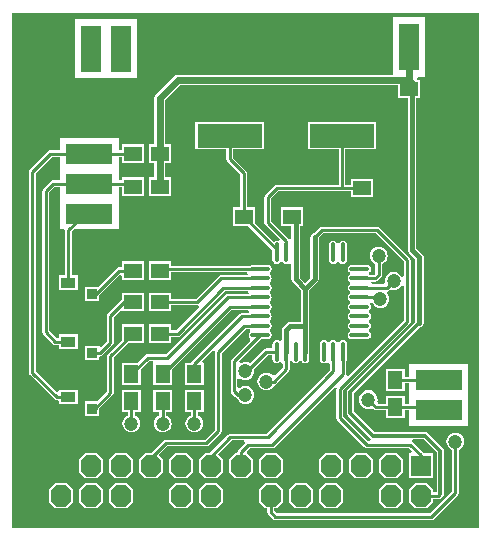
<source format=gtl>
G04 Layer_Physical_Order=1*
G04 Layer_Color=255*
%FSLAX44Y44*%
%MOMM*%
G71*
G01*
G75*
%ADD10R,1.5240X1.2700*%
%ADD11O,1.6500X0.4000*%
%ADD12O,0.4000X1.6500*%
%ADD13R,1.2700X0.9144*%
%ADD14R,0.9144X0.9144*%
%ADD15R,5.5000X2.0000*%
%ADD16R,1.2700X1.5240*%
%ADD17C,0.2540*%
%ADD18C,0.4000*%
%ADD19C,0.7000*%
%ADD20C,0.6000*%
%ADD21C,0.3000*%
%ADD22R,4.0000X1.7000*%
%ADD23R,1.7000X4.0000*%
G04:AMPARAMS|DCode=24|XSize=1.7mm|YSize=1.8mm|CornerRadius=0mm|HoleSize=0mm|Usage=FLASHONLY|Rotation=180.000|XOffset=0mm|YOffset=0mm|HoleType=Round|Shape=Octagon|*
%AMOCTAGOND24*
4,1,8,0.4250,-0.9000,-0.4250,-0.9000,-0.8500,-0.4750,-0.8500,0.4750,-0.4250,0.9000,0.4250,0.9000,0.8500,0.4750,0.8500,-0.4750,0.4250,-0.9000,0.0*
%
%ADD24OCTAGOND24*%

%ADD25R,1.7000X1.8000*%
%ADD26C,1.2000*%
G36*
X1524937Y719154D02*
X1129363D01*
Y1155367D01*
X1524937D01*
Y719154D01*
D02*
G37*
%LPC*%
G36*
X1201352Y782684D02*
X1191328D01*
X1186316Y777672D01*
Y766648D01*
X1191328Y761636D01*
X1201352D01*
X1206364Y766648D01*
Y777672D01*
X1201352Y782684D01*
D02*
G37*
G36*
X1455352Y757284D02*
X1445328D01*
X1440316Y752272D01*
Y741248D01*
X1445328Y736236D01*
X1455352D01*
X1460364Y741248D01*
Y752272D01*
X1455352Y757284D01*
D02*
G37*
G36*
X1404552D02*
X1394528D01*
X1389516Y752272D01*
Y741248D01*
X1394528Y736236D01*
X1404552D01*
X1409564Y741248D01*
Y752272D01*
X1404552Y757284D01*
D02*
G37*
G36*
X1353752Y782684D02*
X1343728D01*
X1338716Y777672D01*
Y766648D01*
X1343728Y761636D01*
X1353752D01*
X1358764Y766648D01*
Y777672D01*
X1353752Y782684D01*
D02*
G37*
G36*
X1277552D02*
X1267528D01*
X1262516Y777672D01*
Y766648D01*
X1267528Y761636D01*
X1277552D01*
X1282564Y766648D01*
Y777672D01*
X1277552Y782684D01*
D02*
G37*
G36*
X1226752D02*
X1216728D01*
X1211716Y777672D01*
Y766648D01*
X1216728Y761636D01*
X1226752D01*
X1231764Y766648D01*
Y777672D01*
X1226752Y782684D01*
D02*
G37*
G36*
X1379152Y757284D02*
X1369128D01*
X1364116Y752272D01*
Y741248D01*
X1369128Y736236D01*
X1379152D01*
X1384164Y741248D01*
Y752272D01*
X1379152Y757284D01*
D02*
G37*
G36*
X1201352D02*
X1191328D01*
X1186316Y752272D01*
Y741248D01*
X1191328Y736236D01*
X1201352D01*
X1206364Y741248D01*
Y752272D01*
X1201352Y757284D01*
D02*
G37*
G36*
X1175952D02*
X1165928D01*
X1160916Y752272D01*
Y741248D01*
X1165928Y736236D01*
X1175952D01*
X1180964Y741248D01*
Y752272D01*
X1175952Y757284D01*
D02*
G37*
G36*
X1504950Y800069D02*
X1502986Y799810D01*
X1501156Y799052D01*
X1499584Y797846D01*
X1498378Y796274D01*
X1497620Y794444D01*
X1497361Y792480D01*
X1497620Y790516D01*
X1498378Y788686D01*
X1499584Y787114D01*
X1501156Y785908D01*
X1502101Y785516D01*
Y750480D01*
X1483450Y731829D01*
X1353730D01*
X1351589Y733970D01*
Y736236D01*
X1353752D01*
X1358764Y741248D01*
Y752272D01*
X1353752Y757284D01*
X1343728D01*
X1338716Y752272D01*
Y741248D01*
X1343728Y736236D01*
X1345891D01*
Y732790D01*
X1345891Y732790D01*
X1346108Y731700D01*
X1346726Y730776D01*
X1350536Y726966D01*
X1351460Y726348D01*
X1352550Y726131D01*
X1352550Y726131D01*
X1484630D01*
X1484630Y726131D01*
X1485720Y726348D01*
X1486644Y726966D01*
X1506964Y747286D01*
X1506964Y747286D01*
X1507582Y748210D01*
X1507799Y749300D01*
X1507799Y749300D01*
Y785516D01*
X1508745Y785908D01*
X1510316Y787114D01*
X1511522Y788686D01*
X1512280Y790516D01*
X1512539Y792480D01*
X1512280Y794444D01*
X1511522Y796274D01*
X1510316Y797846D01*
X1508745Y799052D01*
X1506914Y799810D01*
X1504950Y800069D01*
D02*
G37*
G36*
X1302952Y757284D02*
X1292928D01*
X1287916Y752272D01*
Y741248D01*
X1292928Y736236D01*
X1302952D01*
X1307964Y741248D01*
Y752272D01*
X1302952Y757284D01*
D02*
G37*
G36*
X1277552D02*
X1267528D01*
X1262516Y752272D01*
Y741248D01*
X1267528Y736236D01*
X1277552D01*
X1282564Y741248D01*
Y752272D01*
X1277552Y757284D01*
D02*
G37*
G36*
X1226752D02*
X1216728D01*
X1211716Y752272D01*
Y741248D01*
X1216728Y736236D01*
X1226752D01*
X1231764Y741248D01*
Y752272D01*
X1226752Y757284D01*
D02*
G37*
G36*
X1241044Y945134D02*
X1222756D01*
Y940109D01*
X1220470D01*
X1220470Y940109D01*
X1219380Y939892D01*
X1218456Y939274D01*
X1218456Y939274D01*
X1202725Y923544D01*
X1191514D01*
Y911352D01*
X1203706D01*
Y916467D01*
X1220756Y933517D01*
X1222756Y932689D01*
Y929386D01*
X1241044D01*
Y945134D01*
D02*
G37*
G36*
Y918464D02*
X1222756D01*
Y912932D01*
X1222266Y912604D01*
X1222266Y912604D01*
X1210836Y901174D01*
X1210218Y900250D01*
X1210001Y899160D01*
X1210001Y899160D01*
Y877480D01*
X1205347Y872826D01*
X1203706Y873506D01*
Y873506D01*
X1191514D01*
Y861314D01*
X1203706D01*
Y862627D01*
X1203960Y864561D01*
X1205050Y864778D01*
X1205974Y865396D01*
X1214864Y874286D01*
X1214864Y874286D01*
X1215482Y875210D01*
X1215699Y876300D01*
X1215699Y876300D01*
Y897980D01*
X1221115Y903396D01*
X1222756Y902716D01*
Y902716D01*
X1241044D01*
Y918464D01*
D02*
G37*
G36*
X1515980Y858050D02*
X1465980D01*
Y847399D01*
X1462024D01*
Y853694D01*
X1446276D01*
Y835406D01*
X1462024D01*
Y841701D01*
X1465980D01*
Y831050D01*
Y824539D01*
X1462024D01*
Y830834D01*
X1446276D01*
Y824539D01*
X1440527D01*
X1439912Y825107D01*
X1439034Y826539D01*
X1439232Y828040D01*
X1438961Y830096D01*
X1438168Y832011D01*
X1436906Y833656D01*
X1435261Y834918D01*
X1433345Y835711D01*
X1431290Y835982D01*
X1429234Y835711D01*
X1427319Y834918D01*
X1425674Y833656D01*
X1424412Y832011D01*
X1423619Y830096D01*
X1423348Y828040D01*
X1423619Y825984D01*
X1424412Y824069D01*
X1425674Y822424D01*
X1427319Y821162D01*
X1429234Y820369D01*
X1431290Y820098D01*
X1433345Y820369D01*
X1434468Y820834D01*
X1435626Y819676D01*
X1435626Y819676D01*
X1436550Y819058D01*
X1437640Y818841D01*
X1446276D01*
Y812546D01*
X1462024D01*
Y818841D01*
X1465980D01*
Y805650D01*
X1515980D01*
Y831050D01*
Y858050D01*
D02*
G37*
G36*
X1409760Y962433D02*
X1408385Y962160D01*
X1407219Y961381D01*
X1406871Y960860D01*
X1406756Y960818D01*
X1404764D01*
X1404649Y960860D01*
X1404301Y961381D01*
X1403135Y962160D01*
X1401760Y962433D01*
X1400385Y962160D01*
X1399219Y961381D01*
X1398441Y960215D01*
X1398167Y958840D01*
Y946340D01*
X1398441Y944965D01*
X1399219Y943799D01*
X1400385Y943020D01*
X1401760Y942747D01*
X1403135Y943020D01*
X1404301Y943799D01*
X1404649Y944320D01*
X1404764Y944362D01*
X1406756D01*
X1406871Y944320D01*
X1407219Y943799D01*
X1408385Y943020D01*
X1409760Y942747D01*
X1411135Y943020D01*
X1412301Y943799D01*
X1413080Y944965D01*
X1413353Y946340D01*
Y958840D01*
X1413080Y960215D01*
X1412301Y961381D01*
X1411135Y962160D01*
X1409760Y962433D01*
D02*
G37*
G36*
X1235240Y1150220D02*
X1182840D01*
Y1100220D01*
X1235240D01*
Y1150220D01*
D02*
G37*
G36*
X1220070Y1049820D02*
X1170070D01*
Y1039169D01*
X1162050D01*
X1162050Y1039169D01*
X1160960Y1038952D01*
X1160036Y1038334D01*
X1160036Y1038334D01*
X1144796Y1023094D01*
X1144178Y1022170D01*
X1143961Y1021080D01*
X1143961Y1021080D01*
Y850900D01*
X1143961Y850900D01*
X1144178Y849810D01*
X1144796Y848886D01*
X1165624Y828058D01*
X1165624Y828058D01*
X1166548Y827440D01*
X1167638Y827223D01*
X1169416Y826690D01*
Y823976D01*
X1185164D01*
Y836168D01*
X1169416D01*
Y835151D01*
X1167416Y834323D01*
X1149659Y852080D01*
Y1019900D01*
X1163230Y1033471D01*
X1170070D01*
Y1022820D01*
Y1013769D01*
X1164590D01*
X1163500Y1013552D01*
X1162576Y1012934D01*
X1162576Y1012934D01*
X1156226Y1006584D01*
X1155608Y1005660D01*
X1155391Y1004570D01*
X1155391Y1004570D01*
Y885190D01*
X1155391Y885190D01*
X1155608Y884100D01*
X1156226Y883176D01*
X1164354Y875048D01*
X1164354Y875048D01*
X1165278Y874430D01*
X1166368Y874213D01*
X1169416D01*
Y870966D01*
X1185164D01*
Y883158D01*
X1169416D01*
Y880229D01*
X1167416Y880043D01*
X1161089Y886370D01*
Y1003390D01*
X1165770Y1008071D01*
X1170070D01*
Y997420D01*
Y972020D01*
X1174055D01*
X1174441Y971550D01*
X1174441Y971550D01*
Y933196D01*
X1169416D01*
Y921004D01*
X1185164D01*
Y933196D01*
X1180139D01*
Y970370D01*
X1181789Y972020D01*
X1220070D01*
Y997420D01*
Y1008071D01*
X1222756D01*
Y1000506D01*
X1241044D01*
Y1016254D01*
X1222756D01*
Y1013769D01*
X1220070D01*
Y1022820D01*
Y1033471D01*
X1222756D01*
Y1028446D01*
X1241044D01*
Y1044194D01*
X1222756D01*
Y1039169D01*
X1220070D01*
Y1049820D01*
D02*
G37*
G36*
X1479080Y1151490D02*
X1452080D01*
Y1103163D01*
X1270000D01*
X1268235Y1102812D01*
X1266738Y1101812D01*
X1251498Y1086572D01*
X1250499Y1085075D01*
X1250147Y1083310D01*
Y1044194D01*
X1245616D01*
Y1028446D01*
X1250147D01*
Y1016254D01*
X1245616D01*
Y1000506D01*
X1263904D01*
Y1016254D01*
X1259373D01*
Y1028446D01*
X1263904D01*
Y1044194D01*
X1259373D01*
Y1081399D01*
X1271911Y1093937D01*
X1456436D01*
Y1083056D01*
X1464527D01*
Y955040D01*
X1464801Y953665D01*
X1465579Y952499D01*
X1470877Y947202D01*
Y893577D01*
X1413870Y836570D01*
X1413201Y835570D01*
X1412967Y834390D01*
X1412967Y834390D01*
Y816610D01*
X1412967Y816610D01*
X1413201Y815430D01*
X1413870Y814430D01*
X1432920Y795380D01*
X1432920Y795380D01*
X1433804Y794789D01*
X1433827Y794641D01*
X1433045Y793162D01*
X1431010Y792979D01*
X1410009Y813980D01*
Y835750D01*
X1466324Y892066D01*
X1466324Y892066D01*
X1466942Y892990D01*
X1467159Y894080D01*
X1467159Y894080D01*
Y946150D01*
X1467159Y946150D01*
X1466942Y947240D01*
X1466324Y948164D01*
X1466324Y948164D01*
X1440924Y973564D01*
X1440000Y974182D01*
X1438910Y974399D01*
X1438910Y974399D01*
X1391920D01*
X1391920Y974399D01*
X1390830Y974182D01*
X1389906Y973564D01*
X1389906Y973564D01*
X1385216Y968875D01*
X1384385Y968709D01*
X1383219Y967931D01*
X1382440Y966765D01*
X1382167Y965390D01*
Y958840D01*
Y946340D01*
Y931318D01*
X1377760Y926911D01*
X1373353Y931318D01*
Y952590D01*
Y958840D01*
Y975106D01*
X1375664D01*
Y990854D01*
X1357376D01*
Y975106D01*
X1366167D01*
Y964100D01*
X1365718Y963930D01*
X1364167Y963767D01*
X1363774Y964354D01*
X1363774Y964354D01*
X1349049Y979080D01*
Y998310D01*
X1355000Y1004261D01*
X1408430D01*
X1408430Y1004261D01*
X1408430Y1004261D01*
X1417066D01*
Y999236D01*
X1435354D01*
Y1014984D01*
X1417066D01*
Y1009959D01*
X1411789D01*
Y1040036D01*
X1437964D01*
Y1063084D01*
X1379916D01*
Y1040036D01*
X1406091D01*
Y1009959D01*
X1353820D01*
X1353820Y1009959D01*
X1352730Y1009742D01*
X1351806Y1009124D01*
X1344186Y1001504D01*
X1343568Y1000580D01*
X1343351Y999490D01*
X1343351Y999490D01*
Y977900D01*
X1343351Y977900D01*
X1343568Y976810D01*
X1344186Y975886D01*
X1356254Y963817D01*
X1355135Y962160D01*
X1353760Y962433D01*
X1352385Y962160D01*
X1351392Y961496D01*
X1335024Y977865D01*
Y990854D01*
X1328729D01*
Y1019810D01*
X1328729Y1019810D01*
X1328512Y1020900D01*
X1327894Y1021824D01*
X1327894Y1021824D01*
X1316789Y1032930D01*
Y1040036D01*
X1342964D01*
Y1063084D01*
X1284916D01*
Y1040036D01*
X1311091D01*
Y1031750D01*
X1311091Y1031750D01*
X1311308Y1030660D01*
X1311926Y1029736D01*
X1323031Y1018630D01*
Y990854D01*
X1316736D01*
Y975106D01*
X1329725D01*
X1350167Y954664D01*
Y946340D01*
X1350441Y944965D01*
X1351219Y943799D01*
X1352385Y943020D01*
X1353760Y942747D01*
X1355135Y943020D01*
X1356301Y943799D01*
X1356649Y944320D01*
X1356764Y944362D01*
X1358756D01*
X1358871Y944320D01*
X1359219Y943799D01*
X1360385Y943020D01*
X1361760Y942747D01*
X1363135Y943020D01*
X1364167Y943710D01*
X1364866Y943555D01*
X1366167Y942993D01*
Y929830D01*
X1366440Y928455D01*
X1367219Y927289D01*
X1374167Y920342D01*
Y893863D01*
X1365250D01*
X1363875Y893589D01*
X1362709Y892811D01*
X1359219Y889321D01*
X1358441Y888155D01*
X1358167Y886780D01*
Y878187D01*
X1356866Y877625D01*
X1356167Y877470D01*
X1355135Y878159D01*
X1353760Y878433D01*
X1352385Y878159D01*
X1351219Y877381D01*
X1350441Y876215D01*
X1350167Y874840D01*
Y871439D01*
X1344930D01*
X1344930Y871439D01*
X1343840Y871222D01*
X1342916Y870604D01*
X1342916Y870604D01*
X1331006Y858695D01*
X1330945Y858742D01*
X1329114Y859500D01*
X1327150Y859759D01*
X1325186Y859500D01*
X1324086Y859045D01*
X1322239Y859762D01*
X1321856Y860113D01*
X1321771Y860573D01*
X1340196Y878997D01*
X1346010D01*
X1347385Y879270D01*
X1348551Y880049D01*
X1349330Y881215D01*
X1349603Y882590D01*
X1349330Y883965D01*
X1348551Y885131D01*
X1348030Y885479D01*
X1347988Y885594D01*
Y887586D01*
X1348030Y887701D01*
X1348551Y888049D01*
X1349330Y889215D01*
X1349603Y890590D01*
X1349330Y891965D01*
X1348551Y893131D01*
X1348030Y893479D01*
X1347988Y893594D01*
Y895586D01*
X1348030Y895701D01*
X1348551Y896049D01*
X1349330Y897215D01*
X1349603Y898590D01*
X1349330Y899965D01*
X1348551Y901131D01*
X1348030Y901479D01*
X1347988Y901594D01*
Y903586D01*
X1348030Y903701D01*
X1348551Y904049D01*
X1349330Y905215D01*
X1349603Y906590D01*
X1349330Y907965D01*
X1348551Y909131D01*
X1348030Y909479D01*
X1347988Y909594D01*
Y911586D01*
X1348030Y911701D01*
X1348551Y912049D01*
X1349330Y913215D01*
X1349603Y914590D01*
X1349330Y915965D01*
X1348551Y917131D01*
X1348030Y917479D01*
X1347988Y917594D01*
Y919586D01*
X1348030Y919701D01*
X1348551Y920049D01*
X1349330Y921215D01*
X1349603Y922590D01*
X1349330Y923965D01*
X1348551Y925131D01*
X1348030Y925479D01*
X1347988Y925594D01*
Y927586D01*
X1348030Y927701D01*
X1348551Y928049D01*
X1349330Y929215D01*
X1349603Y930590D01*
X1349330Y931965D01*
X1348551Y933131D01*
X1348030Y933479D01*
X1347988Y933594D01*
Y935586D01*
X1348030Y935701D01*
X1348551Y936049D01*
X1349330Y937215D01*
X1349603Y938590D01*
X1349330Y939965D01*
X1348551Y941131D01*
X1347385Y941909D01*
X1346010Y942183D01*
X1333510D01*
X1332135Y941909D01*
X1331341Y941379D01*
X1263904D01*
Y945134D01*
X1245616D01*
Y929386D01*
X1263904D01*
Y935681D01*
X1329001D01*
X1329836Y933681D01*
X1329596Y933439D01*
X1306510D01*
X1305420Y933222D01*
X1304496Y932604D01*
X1304496Y932604D01*
X1285330Y913439D01*
X1263904D01*
Y918464D01*
X1245616D01*
Y902716D01*
X1263904D01*
Y907741D01*
X1286510D01*
X1286510Y907741D01*
X1287077Y907854D01*
X1288163Y906112D01*
X1268820Y886769D01*
X1263904D01*
Y891794D01*
X1245616D01*
Y876046D01*
X1263904D01*
Y881071D01*
X1270000D01*
X1270000Y881071D01*
X1271090Y881288D01*
X1272014Y881906D01*
X1309850Y919741D01*
X1329060D01*
X1329895Y917741D01*
X1329596Y917439D01*
X1312100D01*
X1311010Y917222D01*
X1310086Y916604D01*
X1310086Y916604D01*
X1259930Y866449D01*
X1244600D01*
X1243510Y866232D01*
X1242586Y865614D01*
X1242586Y865614D01*
X1235745Y858774D01*
X1222756D01*
Y840486D01*
X1238504D01*
Y853475D01*
X1245780Y860751D01*
X1249371D01*
X1249426Y858774D01*
X1249426Y858751D01*
Y840486D01*
X1265174D01*
Y853475D01*
X1315440Y903741D01*
X1329060D01*
X1329895Y901741D01*
X1329596Y901439D01*
X1324280D01*
X1323190Y901222D01*
X1322266Y900604D01*
X1322266Y900604D01*
X1281956Y860294D01*
X1281338Y859370D01*
X1281219Y858774D01*
X1276096D01*
Y840486D01*
X1291844D01*
Y858774D01*
X1291106D01*
X1290341Y860622D01*
X1299651Y869932D01*
X1301494Y868947D01*
X1301441Y868680D01*
X1301441Y868680D01*
Y802550D01*
X1292950Y794059D01*
X1259840D01*
X1259840Y794059D01*
X1258750Y793842D01*
X1257826Y793224D01*
X1257826Y793224D01*
X1247285Y782684D01*
X1242128D01*
X1237116Y777672D01*
Y766648D01*
X1242128Y761636D01*
X1252152D01*
X1257164Y766648D01*
Y777672D01*
X1253747Y781089D01*
X1261020Y788361D01*
X1294130D01*
X1294130Y788361D01*
X1295220Y788578D01*
X1296144Y789196D01*
X1306304Y799356D01*
X1306304Y799356D01*
X1306922Y800280D01*
X1307139Y801370D01*
Y867500D01*
X1327380Y887741D01*
X1331430D01*
X1331490Y887701D01*
X1331532Y887586D01*
Y885594D01*
X1331490Y885479D01*
X1330969Y885131D01*
X1330190Y883965D01*
X1329917Y882590D01*
X1330190Y881215D01*
X1330969Y880049D01*
X1330859Y877718D01*
X1315611Y862469D01*
X1314993Y861545D01*
X1314776Y860455D01*
X1314776Y860455D01*
Y835025D01*
X1314776Y835025D01*
X1314993Y833935D01*
X1315611Y833011D01*
X1318786Y829836D01*
X1318786Y829836D01*
X1319710Y829218D01*
X1320131Y829134D01*
X1320578Y828055D01*
X1321784Y826484D01*
X1323356Y825278D01*
X1325186Y824520D01*
X1327150Y824261D01*
X1329114Y824520D01*
X1330945Y825278D01*
X1332516Y826484D01*
X1333722Y828055D01*
X1334480Y829886D01*
X1334739Y831850D01*
X1334480Y833814D01*
X1333722Y835645D01*
X1332516Y837216D01*
X1330945Y838422D01*
X1329114Y839180D01*
X1327150Y839439D01*
X1325186Y839180D01*
X1323356Y838422D01*
X1322474Y837746D01*
X1320474Y838643D01*
Y845377D01*
X1322474Y846274D01*
X1323356Y845598D01*
X1325186Y844840D01*
X1327150Y844581D01*
X1329114Y844840D01*
X1330945Y845598D01*
X1332516Y846804D01*
X1333722Y848375D01*
X1334480Y850206D01*
X1334739Y852170D01*
X1334483Y854114D01*
X1346110Y865741D01*
X1350167D01*
Y862340D01*
X1350441Y860965D01*
X1351219Y859799D01*
X1352385Y859020D01*
X1353760Y858747D01*
X1355135Y859020D01*
X1356301Y859799D01*
X1358235Y859094D01*
X1358911Y858426D01*
Y854940D01*
X1352377Y848405D01*
X1350381Y848536D01*
X1350296Y848646D01*
X1348725Y849852D01*
X1346894Y850610D01*
X1344930Y850869D01*
X1342966Y850610D01*
X1341136Y849852D01*
X1339564Y848646D01*
X1338358Y847075D01*
X1337600Y845244D01*
X1337341Y843280D01*
X1337600Y841316D01*
X1338358Y839485D01*
X1339564Y837914D01*
X1341136Y836708D01*
X1342966Y835950D01*
X1344930Y835691D01*
X1346894Y835950D01*
X1348725Y836708D01*
X1350296Y837914D01*
X1351502Y839485D01*
X1351949Y840564D01*
X1352370Y840648D01*
X1353294Y841266D01*
X1363774Y851746D01*
X1363774Y851746D01*
X1364392Y852670D01*
X1364609Y853760D01*
X1364609Y853760D01*
Y860260D01*
X1364649Y860320D01*
X1364764Y860362D01*
X1366756D01*
X1366871Y860320D01*
X1367219Y859799D01*
X1368385Y859020D01*
X1369760Y858747D01*
X1371135Y859020D01*
X1372301Y859799D01*
X1372649Y860320D01*
X1372764Y860362D01*
X1374756D01*
X1374871Y860320D01*
X1375219Y859799D01*
X1376385Y859020D01*
X1377760Y858747D01*
X1379135Y859020D01*
X1380301Y859799D01*
X1381080Y860965D01*
X1381353Y862340D01*
Y874840D01*
Y890270D01*
Y920342D01*
X1388301Y927289D01*
X1389079Y928455D01*
X1389353Y929830D01*
Y952590D01*
Y964954D01*
X1393100Y968701D01*
X1437730D01*
X1461461Y944970D01*
Y932540D01*
X1459461Y932143D01*
X1459452Y932165D01*
X1458246Y933736D01*
X1456674Y934942D01*
X1454844Y935700D01*
X1452880Y935959D01*
X1450916Y935700D01*
X1449086Y934942D01*
X1447514Y933736D01*
X1446308Y932165D01*
X1445550Y930334D01*
X1445291Y928370D01*
X1445414Y927439D01*
X1444097Y925610D01*
X1443786Y925439D01*
X1434460D01*
X1433625Y927439D01*
X1433924Y927741D01*
X1437320D01*
X1437320Y927741D01*
X1438410Y927958D01*
X1439334Y928576D01*
X1442194Y931436D01*
X1442812Y932360D01*
X1443029Y933450D01*
X1443029Y933450D01*
Y942996D01*
X1443974Y943388D01*
X1445546Y944594D01*
X1446752Y946165D01*
X1447510Y947996D01*
X1447769Y949960D01*
X1447510Y951924D01*
X1446752Y953755D01*
X1445546Y955326D01*
X1443974Y956532D01*
X1442144Y957290D01*
X1440180Y957549D01*
X1438216Y957290D01*
X1436385Y956532D01*
X1434814Y955326D01*
X1433608Y953755D01*
X1432850Y951924D01*
X1432591Y949960D01*
X1432850Y947996D01*
X1433608Y946165D01*
X1434814Y944594D01*
X1436385Y943388D01*
X1437331Y942996D01*
Y934630D01*
X1436140Y933439D01*
X1432090D01*
X1432030Y933479D01*
X1431988Y933594D01*
Y935586D01*
X1432030Y935701D01*
X1432551Y936049D01*
X1433329Y937215D01*
X1433603Y938590D01*
X1433329Y939965D01*
X1432551Y941131D01*
X1431385Y941909D01*
X1430010Y942183D01*
X1417510D01*
X1416135Y941909D01*
X1414969Y941131D01*
X1414191Y939965D01*
X1413917Y938590D01*
X1414191Y937215D01*
X1414969Y936049D01*
X1415491Y935701D01*
X1415532Y935586D01*
Y933594D01*
X1415491Y933479D01*
X1414969Y933131D01*
X1414191Y931965D01*
X1413917Y930590D01*
X1414191Y929215D01*
X1414969Y928049D01*
X1415491Y927701D01*
X1415532Y927586D01*
Y925594D01*
X1415491Y925479D01*
X1414969Y925131D01*
X1414191Y923965D01*
X1413917Y922590D01*
X1414191Y921215D01*
X1414969Y920049D01*
X1415491Y919701D01*
X1415532Y919586D01*
Y917594D01*
X1415491Y917479D01*
X1414969Y917131D01*
X1414191Y915965D01*
X1413917Y914590D01*
X1414191Y913215D01*
X1414969Y912049D01*
X1415491Y911701D01*
X1415532Y911586D01*
Y909594D01*
X1415491Y909479D01*
X1414969Y909131D01*
X1414191Y907965D01*
X1413917Y906590D01*
X1414191Y905215D01*
X1414969Y904049D01*
X1415491Y903701D01*
X1415532Y903586D01*
Y901594D01*
X1415491Y901479D01*
X1414969Y901131D01*
X1414191Y899965D01*
X1413917Y898590D01*
X1414191Y897215D01*
X1414969Y896049D01*
X1415491Y895701D01*
X1415532Y895586D01*
Y893594D01*
X1415491Y893479D01*
X1414969Y893131D01*
X1414191Y891965D01*
X1413917Y890590D01*
X1414191Y889215D01*
X1414969Y888049D01*
X1415491Y887701D01*
X1415532Y887586D01*
Y885594D01*
X1415491Y885479D01*
X1414969Y885131D01*
X1414191Y883965D01*
X1413917Y882590D01*
X1414191Y881215D01*
X1414969Y880049D01*
X1416135Y879270D01*
X1417510Y878997D01*
X1430010D01*
X1431385Y879270D01*
X1432551Y880049D01*
X1433329Y881215D01*
X1433603Y882590D01*
X1433329Y883965D01*
X1432551Y885131D01*
X1432030Y885479D01*
X1431988Y885594D01*
Y887586D01*
X1432030Y887701D01*
X1432551Y888049D01*
X1433329Y889215D01*
X1433603Y890590D01*
X1433329Y891965D01*
X1432551Y893131D01*
X1432030Y893479D01*
X1431988Y893594D01*
Y895586D01*
X1432030Y895701D01*
X1432551Y896049D01*
X1433329Y897215D01*
X1433603Y898590D01*
X1433329Y899965D01*
X1432551Y901131D01*
X1432030Y901479D01*
X1431988Y901594D01*
Y903586D01*
X1432030Y903701D01*
X1432551Y904049D01*
X1433329Y905215D01*
X1433603Y906590D01*
X1433329Y907965D01*
X1432551Y909131D01*
X1432891Y910065D01*
X1434724Y909706D01*
X1434878Y909335D01*
X1436084Y907764D01*
X1437655Y906558D01*
X1439486Y905800D01*
X1441450Y905541D01*
X1443414Y905800D01*
X1445244Y906558D01*
X1446816Y907764D01*
X1448022Y909335D01*
X1448780Y911166D01*
X1449039Y913130D01*
X1448780Y915094D01*
X1448022Y916925D01*
X1447344Y917809D01*
X1447996Y919811D01*
X1448114Y919943D01*
X1448190Y919958D01*
X1449114Y920576D01*
X1449970Y921431D01*
X1450916Y921040D01*
X1452880Y920781D01*
X1454844Y921040D01*
X1456674Y921798D01*
X1458246Y923004D01*
X1459452Y924576D01*
X1459461Y924597D01*
X1461461Y924200D01*
Y895260D01*
X1414238Y848037D01*
X1412496Y849123D01*
X1412609Y849690D01*
X1412609Y849690D01*
Y860260D01*
X1413080Y860965D01*
X1413353Y862340D01*
Y874840D01*
X1413080Y876215D01*
X1412301Y877381D01*
X1411135Y878159D01*
X1409760Y878433D01*
X1408385Y878159D01*
X1407219Y877381D01*
X1406871Y876860D01*
X1406756Y876818D01*
X1404764D01*
X1404649Y876860D01*
X1404301Y877381D01*
X1403135Y878159D01*
X1401760Y878433D01*
X1400385Y878159D01*
X1399219Y877381D01*
X1398871Y876860D01*
X1398756Y876818D01*
X1396764D01*
X1396649Y876860D01*
X1396301Y877381D01*
X1395135Y878159D01*
X1393760Y878433D01*
X1392385Y878159D01*
X1391219Y877381D01*
X1390441Y876215D01*
X1390167Y874840D01*
Y862340D01*
X1390441Y860965D01*
X1391219Y859799D01*
X1392385Y859020D01*
X1393760Y858747D01*
X1395135Y859020D01*
X1396301Y859799D01*
X1398235Y859094D01*
X1398911Y858426D01*
Y853030D01*
X1345020Y799139D01*
X1314450D01*
X1314450Y799139D01*
X1313360Y798922D01*
X1312436Y798304D01*
X1312436Y798304D01*
X1296815Y782684D01*
X1292928D01*
X1287916Y777672D01*
Y766648D01*
X1292928Y761636D01*
X1302952D01*
X1307964Y766648D01*
Y777672D01*
X1303912Y781724D01*
X1315630Y793441D01*
X1326437D01*
X1327162Y791441D01*
X1321326Y785604D01*
X1320708Y784680D01*
X1320491Y783590D01*
X1318874Y782684D01*
X1318328D01*
X1313316Y777672D01*
Y766648D01*
X1318328Y761636D01*
X1328352D01*
X1333364Y766648D01*
Y777672D01*
X1328822Y782214D01*
X1328430Y784651D01*
X1330870Y787091D01*
X1350010D01*
X1350010Y787091D01*
X1351100Y787308D01*
X1352024Y787926D01*
X1402682Y838584D01*
X1404424Y837497D01*
X1404311Y836930D01*
X1404311Y836930D01*
Y812800D01*
X1404311Y812800D01*
X1404528Y811710D01*
X1405146Y810786D01*
X1428006Y787926D01*
X1428006Y787926D01*
X1428930Y787308D01*
X1430020Y787091D01*
X1465670D01*
X1468230Y784532D01*
X1467464Y782684D01*
X1465716D01*
Y761636D01*
X1485764D01*
Y782684D01*
X1478009D01*
X1477754Y783064D01*
X1477754Y783064D01*
X1468864Y791954D01*
X1468082Y792477D01*
X1468065Y792622D01*
X1469270Y794477D01*
X1478273D01*
X1489167Y783583D01*
Y749609D01*
X1485764D01*
Y752272D01*
X1480752Y757284D01*
X1470728D01*
X1465716Y752272D01*
Y741248D01*
X1470728Y736236D01*
X1480752D01*
X1485764Y741248D01*
Y743911D01*
X1489801D01*
X1490980Y743677D01*
X1492160Y743912D01*
X1493160Y744580D01*
X1494430Y745850D01*
X1494430Y745850D01*
X1495099Y746850D01*
X1495333Y748030D01*
X1495333Y748030D01*
Y784860D01*
X1495333Y784860D01*
X1495099Y786040D01*
X1494430Y787040D01*
X1494430Y787040D01*
X1481730Y799740D01*
X1480730Y800408D01*
X1479550Y800643D01*
X1479550Y800643D01*
X1436377D01*
X1419133Y817887D01*
Y833113D01*
X1475428Y889408D01*
X1475845Y889491D01*
X1477011Y890269D01*
X1477789Y891435D01*
X1478063Y892810D01*
Y948690D01*
X1477789Y950065D01*
X1477011Y951231D01*
X1471713Y956528D01*
Y1083056D01*
X1474724D01*
Y1098804D01*
X1473044D01*
X1472585Y1099490D01*
X1473654Y1101490D01*
X1479080D01*
Y1151490D01*
D02*
G37*
G36*
X1455352Y782684D02*
X1445328D01*
X1440316Y777672D01*
Y766648D01*
X1445328Y761636D01*
X1455352D01*
X1460364Y766648D01*
Y777672D01*
X1455352Y782684D01*
D02*
G37*
G36*
X1429952D02*
X1419928D01*
X1414916Y777672D01*
Y766648D01*
X1419928Y761636D01*
X1429952D01*
X1434964Y766648D01*
Y777672D01*
X1429952Y782684D01*
D02*
G37*
G36*
X1404552D02*
X1394528D01*
X1389516Y777672D01*
Y766648D01*
X1394528Y761636D01*
X1404552D01*
X1409564Y766648D01*
Y777672D01*
X1404552Y782684D01*
D02*
G37*
G36*
X1238504Y835914D02*
X1222756D01*
Y817626D01*
X1227781D01*
Y814684D01*
X1226835Y814292D01*
X1225264Y813086D01*
X1224058Y811515D01*
X1223300Y809684D01*
X1223041Y807720D01*
X1223300Y805756D01*
X1224058Y803925D01*
X1225264Y802354D01*
X1226835Y801148D01*
X1228666Y800390D01*
X1230630Y800131D01*
X1232594Y800390D01*
X1234425Y801148D01*
X1235996Y802354D01*
X1237202Y803925D01*
X1237960Y805756D01*
X1238219Y807720D01*
X1237960Y809684D01*
X1237202Y811515D01*
X1235996Y813086D01*
X1234425Y814292D01*
X1233479Y814684D01*
Y817626D01*
X1238504D01*
Y835914D01*
D02*
G37*
G36*
X1241044Y891794D02*
X1222756D01*
Y878805D01*
X1210836Y866884D01*
X1210218Y865960D01*
X1210001Y864870D01*
X1210001Y864870D01*
Y834808D01*
X1201709Y826516D01*
X1191514D01*
Y814324D01*
X1203706D01*
Y820455D01*
X1214864Y831614D01*
X1215482Y832538D01*
X1215699Y833628D01*
X1215699Y833628D01*
Y863690D01*
X1228055Y876046D01*
X1241044D01*
Y891794D01*
D02*
G37*
G36*
X1291844Y835914D02*
X1276096D01*
Y817626D01*
X1281121D01*
Y814684D01*
X1280175Y814292D01*
X1278604Y813086D01*
X1277398Y811515D01*
X1276640Y809684D01*
X1276381Y807720D01*
X1276640Y805756D01*
X1277398Y803925D01*
X1278604Y802354D01*
X1280175Y801148D01*
X1282006Y800390D01*
X1283970Y800131D01*
X1285934Y800390D01*
X1287764Y801148D01*
X1289336Y802354D01*
X1290542Y803925D01*
X1291300Y805756D01*
X1291559Y807720D01*
X1291300Y809684D01*
X1290542Y811515D01*
X1289336Y813086D01*
X1287764Y814292D01*
X1286819Y814684D01*
Y817626D01*
X1291844D01*
Y835914D01*
D02*
G37*
G36*
X1265174D02*
X1249426D01*
Y817626D01*
X1254451D01*
Y814684D01*
X1253505Y814292D01*
X1251934Y813086D01*
X1250728Y811515D01*
X1249970Y809684D01*
X1249711Y807720D01*
X1249970Y805756D01*
X1250728Y803925D01*
X1251934Y802354D01*
X1253505Y801148D01*
X1255336Y800390D01*
X1257300Y800131D01*
X1259264Y800390D01*
X1261095Y801148D01*
X1262666Y802354D01*
X1263872Y803925D01*
X1264630Y805756D01*
X1264889Y807720D01*
X1264630Y809684D01*
X1263872Y811515D01*
X1262666Y813086D01*
X1261095Y814292D01*
X1260149Y814684D01*
Y817626D01*
X1265174D01*
Y835914D01*
D02*
G37*
%LPD*%
D10*
X1488440Y1090930D02*
D03*
X1465580D02*
D03*
X1254760Y1036320D02*
D03*
X1231900D02*
D03*
X1254760Y1008380D02*
D03*
X1231900D02*
D03*
X1426210Y1007110D02*
D03*
X1449070D02*
D03*
X1325880Y982980D02*
D03*
X1303020D02*
D03*
X1366520D02*
D03*
X1389380D02*
D03*
X1231900Y883920D02*
D03*
X1254760D02*
D03*
X1231900Y910590D02*
D03*
X1254760D02*
D03*
X1231900Y937260D02*
D03*
X1254760D02*
D03*
D11*
X1423760Y938590D02*
D03*
Y930590D02*
D03*
Y922590D02*
D03*
Y914590D02*
D03*
Y906590D02*
D03*
Y898590D02*
D03*
Y890590D02*
D03*
Y882590D02*
D03*
X1339760D02*
D03*
Y890590D02*
D03*
Y898590D02*
D03*
Y906590D02*
D03*
Y914590D02*
D03*
Y922590D02*
D03*
Y930590D02*
D03*
Y938590D02*
D03*
D12*
X1409760Y868590D02*
D03*
X1401760D02*
D03*
X1393760D02*
D03*
X1385760D02*
D03*
X1377760D02*
D03*
X1369760D02*
D03*
X1361760D02*
D03*
X1353760D02*
D03*
Y952590D02*
D03*
X1361760D02*
D03*
X1369760D02*
D03*
X1377760D02*
D03*
X1385760D02*
D03*
X1393760D02*
D03*
X1401760D02*
D03*
X1409760D02*
D03*
D13*
X1177290Y830072D02*
D03*
Y877062D02*
D03*
Y927100D02*
D03*
D14*
X1197610Y839470D02*
D03*
Y820420D02*
D03*
Y886460D02*
D03*
Y867410D02*
D03*
Y936498D02*
D03*
Y917448D02*
D03*
D15*
X1408940Y1051560D02*
D03*
X1313940D02*
D03*
D16*
X1283970Y826770D02*
D03*
Y849630D02*
D03*
X1257300Y826770D02*
D03*
Y849630D02*
D03*
X1230630Y826770D02*
D03*
Y849630D02*
D03*
X1454150Y821690D02*
D03*
Y844550D02*
D03*
D17*
X1390650Y982980D02*
X1419860D01*
X1389380D02*
X1390650D01*
X1195070Y1010920D02*
X1229360D01*
X1197610Y867410D02*
X1203960D01*
X1257300Y849630D02*
Y852170D01*
X1317625Y835025D02*
Y860455D01*
X1339760Y882590D01*
X1317625Y835025D02*
X1320800Y831850D01*
X1327150D01*
X1344930Y868590D02*
X1353760D01*
X1328510Y852170D02*
X1344930Y868590D01*
X1328330Y852170D02*
X1328510D01*
X1259840Y791210D02*
X1294130D01*
X1247140Y778510D02*
X1259840Y791210D01*
X1197610Y917448D02*
X1200658D01*
X1385760Y965390D02*
X1391920Y971550D01*
X1221740Y1125220D02*
X1223010Y1123950D01*
X1165606Y1125220D02*
X1170940D01*
X1408430Y1007110D02*
X1426210D01*
X1408940Y1007620D02*
Y1051560D01*
X1408430Y1007110D02*
X1408940Y1007620D01*
X1369760Y981140D02*
X1371600Y982980D01*
X1391920Y906780D02*
X1393760Y908620D01*
X1449070Y989330D02*
Y1007110D01*
X1158240Y885190D02*
X1166368Y877062D01*
X1177290D01*
X1202690Y1036320D02*
X1229360D01*
X1422400Y1010920D02*
X1426210Y1007110D01*
X1247140Y772160D02*
Y778510D01*
X1297940Y772160D02*
Y779780D01*
X1197610Y886460D02*
Y899160D01*
X1167638Y830072D02*
X1177290D01*
X1146810Y850900D02*
X1167638Y830072D01*
X1197610Y820420D02*
X1199642D01*
X1212850Y833628D01*
X1197610Y839470D02*
Y853440D01*
X1419860Y982980D02*
X1421130Y984250D01*
X1391920Y971550D02*
X1438910D01*
X1423760Y930590D02*
X1437320D01*
X1440180Y933450D01*
X1423760Y914590D02*
X1438720D01*
X1440180Y933450D02*
Y949960D01*
X1423760Y922590D02*
X1447100D01*
X1452880Y928370D01*
X1438910Y971550D02*
X1464310Y946150D01*
X1475740Y772160D02*
Y781050D01*
Y746760D02*
X1490980D01*
X1464310Y894080D02*
Y946150D01*
X1348740Y732790D02*
Y746760D01*
Y732790D02*
X1352550Y728980D01*
X1283970Y849630D02*
Y858280D01*
X1324280Y898590D01*
X1339760D01*
X1257300Y849630D02*
X1314260Y906590D01*
X1339760D01*
X1230630Y849630D02*
X1244600Y863600D01*
X1261110D02*
X1312100Y914590D01*
X1339760D01*
X1212850Y864870D02*
X1231900Y883920D01*
X1212850Y833628D02*
Y864870D01*
X1254760Y883920D02*
X1270000D01*
X1308670Y922590D01*
X1339760D01*
X1244600Y863600D02*
X1261110D01*
X1230630Y807720D02*
Y826770D01*
X1257300Y807720D02*
Y826770D01*
X1283970Y807720D02*
Y826770D01*
X1326200Y890590D02*
X1339760D01*
X1254760Y910590D02*
X1286510D01*
X1306510Y930590D01*
X1339760D01*
X1224280Y910590D02*
X1231900D01*
X1203960Y867410D02*
X1212850Y876300D01*
Y899160D01*
X1224280Y910590D01*
X1256030Y938530D02*
X1339700D01*
X1339760Y938590D01*
X1325880Y982980D02*
Y1019810D01*
Y982980D02*
X1353760Y955100D01*
Y952590D02*
Y955100D01*
X1303020Y982980D02*
Y1008380D01*
X1177290Y927100D02*
Y971550D01*
X1191260Y985520D01*
X1197610Y936498D02*
Y951230D01*
X1323340Y772160D02*
Y783590D01*
X1329690Y789940D01*
X1297940Y779780D02*
X1314450Y796290D01*
X1294130Y791210D02*
X1304290Y801370D01*
Y868680D01*
X1326200Y890590D01*
X1466850Y789940D02*
X1475740Y781050D01*
X1220470Y937260D02*
X1231900D01*
X1200658Y917448D02*
X1220470Y937260D01*
X1353820Y1007110D02*
X1408430D01*
X1346200Y999490D02*
X1353820Y1007110D01*
X1346200Y977900D02*
Y999490D01*
Y977900D02*
X1361760Y962340D01*
Y952590D02*
Y962340D01*
X1170940Y1085850D02*
Y1125220D01*
Y1085850D02*
X1195070Y1061720D01*
X1146810Y850900D02*
Y1021080D01*
X1162050Y1036320D01*
X1195070D01*
X1158240Y885190D02*
Y1004570D01*
X1164590Y1010920D01*
X1191260D01*
X1454150Y844550D02*
X1490980D01*
X1454150Y821690D02*
X1488440D01*
X1490980Y819150D01*
X1361760Y853760D02*
Y868590D01*
X1344930Y843280D02*
X1351280D01*
X1361760Y853760D01*
X1314450Y796290D02*
X1346200D01*
X1401760Y851850D01*
Y868590D01*
X1329690Y789940D02*
X1350010D01*
X1409760Y849690D01*
Y868590D01*
X1407160Y836930D02*
X1464310Y894080D01*
X1437640Y821690D02*
X1454150D01*
X1431290Y828040D02*
X1437640Y821690D01*
X1352550Y728980D02*
X1484630D01*
X1407160Y812800D02*
Y836930D01*
Y812800D02*
X1430020Y789940D01*
X1466850D01*
X1313940Y1031750D02*
X1325880Y1019810D01*
X1313940Y1031750D02*
Y1051560D01*
X1504950Y749300D02*
Y792480D01*
X1484630Y728980D02*
X1504950Y749300D01*
X1226820Y938530D02*
X1233170D01*
X1421130Y984250D02*
X1443990D01*
X1449070Y989330D01*
X1256030Y844550D02*
Y850900D01*
D18*
X1369760Y952590D02*
Y981140D01*
X1377760Y952590D02*
Y970090D01*
X1385760Y929830D02*
Y952590D01*
Y965390D01*
X1377760Y890270D02*
Y921830D01*
Y868590D02*
Y890270D01*
X1365250D02*
X1377760D01*
X1361760Y886780D02*
X1365250Y890270D01*
X1361760Y868590D02*
Y886780D01*
X1369760Y929830D02*
X1377760Y921830D01*
X1369760Y929830D02*
Y952590D01*
X1377760Y921830D02*
X1385760Y929830D01*
Y900620D02*
X1391920Y906780D01*
X1385760Y868590D02*
Y900620D01*
X1393760Y908620D02*
Y952590D01*
X1371600Y772160D02*
X1374140D01*
X1398270Y746760D02*
X1399540D01*
X1195070Y1036320D02*
X1201420D01*
X1474470Y892810D02*
Y948690D01*
X1468120Y955040D02*
X1474470Y948690D01*
X1468120Y955040D02*
Y1096010D01*
X1256030Y850900D02*
X1257300Y852170D01*
X1377760Y970090D02*
X1390650Y982980D01*
D19*
X1191260Y1010920D02*
X1195070D01*
D20*
X1489710Y1125220D02*
X1490980Y1126490D01*
X1254760Y1008380D02*
Y1036320D01*
X1465580Y1098550D02*
X1468120Y1096010D01*
X1465580Y1098550D02*
Y1126490D01*
X1254760Y1036320D02*
Y1083310D01*
X1270000Y1098550D01*
X1465580D01*
X1489710Y1054100D02*
Y1125220D01*
D21*
X1490980Y746760D02*
X1492250Y748030D01*
X1479550Y797560D02*
X1492250Y784860D01*
Y748030D02*
Y784860D01*
X1435100Y797560D02*
X1479550D01*
X1416050Y816610D02*
X1435100Y797560D01*
X1416050Y816610D02*
Y834390D01*
X1474470Y892810D01*
D22*
X1195070Y1061720D02*
D03*
Y1036320D02*
D03*
Y1010920D02*
D03*
Y985520D02*
D03*
X1490980Y869950D02*
D03*
Y844550D02*
D03*
Y819150D02*
D03*
D23*
X1170940Y1125220D02*
D03*
X1196340D02*
D03*
X1221740D02*
D03*
X1465580Y1126490D02*
D03*
X1490980D02*
D03*
D24*
X1170940Y746760D02*
D03*
Y772160D02*
D03*
X1196340Y746760D02*
D03*
Y772160D02*
D03*
X1221740Y746760D02*
D03*
Y772160D02*
D03*
X1247140Y746760D02*
D03*
Y772160D02*
D03*
X1272540Y746760D02*
D03*
Y772160D02*
D03*
X1297940Y746760D02*
D03*
Y772160D02*
D03*
X1323340Y746760D02*
D03*
Y772160D02*
D03*
X1348740Y746760D02*
D03*
Y772160D02*
D03*
X1374140Y746760D02*
D03*
Y772160D02*
D03*
X1399540Y746760D02*
D03*
Y772160D02*
D03*
X1424940Y746760D02*
D03*
Y772160D02*
D03*
X1450340Y746760D02*
D03*
Y772160D02*
D03*
X1475740Y746760D02*
D03*
D25*
Y772160D02*
D03*
D26*
X1159510Y815340D02*
D03*
X1327150Y831850D02*
D03*
Y852170D02*
D03*
X1197610Y853440D02*
D03*
X1391920Y906780D02*
D03*
X1197610Y899160D02*
D03*
X1489710Y1054100D02*
D03*
X1421130Y984250D02*
D03*
X1440180Y949960D02*
D03*
X1441450Y913130D02*
D03*
X1452880Y928370D02*
D03*
X1230630Y807720D02*
D03*
X1257300D02*
D03*
X1283970D02*
D03*
X1303020Y1008380D02*
D03*
X1197610Y951230D02*
D03*
X1344930Y843280D02*
D03*
X1431290Y828040D02*
D03*
X1504950Y792480D02*
D03*
X1361440Y1078230D02*
D03*
X1344930Y825500D02*
D03*
X1271270Y965200D02*
D03*
X1427480Y1117600D02*
D03*
X1504950Y894080D02*
D03*
X1187450Y795020D02*
D03*
M02*

</source>
